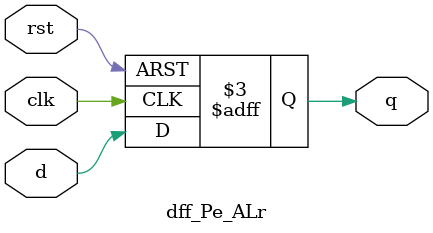
<source format=v>
`timescale 1ns / 1ps
module dff_Pe_ALr(q,d,clk,rst);

input d,clk,rst;
output reg q;

always@(posedge clk, negedge rst)
	if(!rst)
		q <= 1'b0;
	else
		q <= d;

endmodule

</source>
